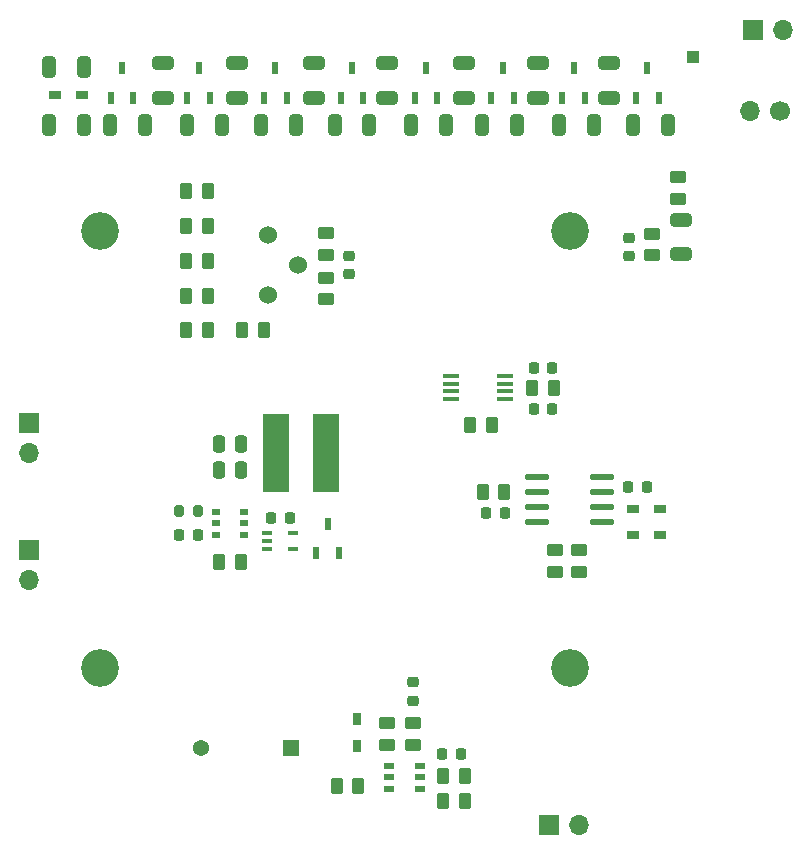
<source format=gbr>
%TF.GenerationSoftware,KiCad,Pcbnew,8.0.0*%
%TF.CreationDate,2024-06-21T16:47:30+05:30*%
%TF.ProjectId,HV_POWER_SUPPLY,48565f50-4f57-4455-925f-535550504c59,rev?*%
%TF.SameCoordinates,Original*%
%TF.FileFunction,Soldermask,Top*%
%TF.FilePolarity,Negative*%
%FSLAX46Y46*%
G04 Gerber Fmt 4.6, Leading zero omitted, Abs format (unit mm)*
G04 Created by KiCad (PCBNEW 8.0.0) date 2024-06-21 16:47:30*
%MOMM*%
%LPD*%
G01*
G04 APERTURE LIST*
G04 Aperture macros list*
%AMRoundRect*
0 Rectangle with rounded corners*
0 $1 Rounding radius*
0 $2 $3 $4 $5 $6 $7 $8 $9 X,Y pos of 4 corners*
0 Add a 4 corners polygon primitive as box body*
4,1,4,$2,$3,$4,$5,$6,$7,$8,$9,$2,$3,0*
0 Add four circle primitives for the rounded corners*
1,1,$1+$1,$2,$3*
1,1,$1+$1,$4,$5*
1,1,$1+$1,$6,$7*
1,1,$1+$1,$8,$9*
0 Add four rect primitives between the rounded corners*
20,1,$1+$1,$2,$3,$4,$5,0*
20,1,$1+$1,$4,$5,$6,$7,0*
20,1,$1+$1,$6,$7,$8,$9,0*
20,1,$1+$1,$8,$9,$2,$3,0*%
G04 Aperture macros list end*
%ADD10RoundRect,0.218750X-0.256250X0.218750X-0.256250X-0.218750X0.256250X-0.218750X0.256250X0.218750X0*%
%ADD11R,1.000000X0.750013*%
%ADD12O,1.700000X1.700000*%
%ADD13C,1.700000*%
%ADD14RoundRect,0.225000X0.225000X0.250000X-0.225000X0.250000X-0.225000X-0.250000X0.225000X-0.250000X0*%
%ADD15R,1.700000X1.700000*%
%ADD16R,0.600000X1.070003*%
%ADD17RoundRect,0.250000X-0.262500X-0.450000X0.262500X-0.450000X0.262500X0.450000X-0.262500X0.450000X0*%
%ADD18RoundRect,0.250000X-0.325000X-0.650000X0.325000X-0.650000X0.325000X0.650000X-0.325000X0.650000X0*%
%ADD19R,0.876300X0.508000*%
%ADD20RoundRect,0.250000X0.650000X-0.325000X0.650000X0.325000X-0.650000X0.325000X-0.650000X-0.325000X0*%
%ADD21RoundRect,0.250000X-0.650000X0.325000X-0.650000X-0.325000X0.650000X-0.325000X0.650000X0.325000X0*%
%ADD22R,1.397003X0.405994*%
%ADD23RoundRect,0.225000X-0.250000X0.225000X-0.250000X-0.225000X0.250000X-0.225000X0.250000X0.225000X0*%
%ADD24R,2.300000X6.600000*%
%ADD25C,1.371600*%
%ADD26R,1.371600X1.371600*%
%ADD27RoundRect,0.250000X0.325000X0.650000X-0.325000X0.650000X-0.325000X-0.650000X0.325000X-0.650000X0*%
%ADD28RoundRect,0.200000X0.200000X0.275000X-0.200000X0.275000X-0.200000X-0.275000X0.200000X-0.275000X0*%
%ADD29C,1.524003*%
%ADD30RoundRect,0.250000X-0.450000X0.262500X-0.450000X-0.262500X0.450000X-0.262500X0.450000X0.262500X0*%
%ADD31C,3.200000*%
%ADD32RoundRect,0.225000X0.250000X-0.225000X0.250000X0.225000X-0.250000X0.225000X-0.250000X-0.225000X0*%
%ADD33R,0.750013X1.000000*%
%ADD34RoundRect,0.250000X0.450000X-0.262500X0.450000X0.262500X-0.450000X0.262500X-0.450000X-0.262500X0*%
%ADD35O,2.045009X0.588011*%
%ADD36R,0.800000X0.532004*%
%ADD37RoundRect,0.250000X-0.250000X-0.475000X0.250000X-0.475000X0.250000X0.475000X-0.250000X0.475000X0*%
%ADD38RoundRect,0.250000X0.262500X0.450000X-0.262500X0.450000X-0.262500X-0.450000X0.262500X-0.450000X0*%
%ADD39RoundRect,0.225000X-0.225000X-0.250000X0.225000X-0.250000X0.225000X0.250000X-0.225000X0.250000X0*%
%ADD40R,0.850013X0.350013*%
%ADD41R,1.000000X1.000000*%
G04 APERTURE END LIST*
D10*
%TO.C,LED1*%
X90000000Y-95462500D03*
X90000000Y-97037500D03*
%TD*%
D11*
%TO.C,D3*%
X108577407Y-83000000D03*
X110922593Y-83000000D03*
%TD*%
%TO.C,D2*%
X110922593Y-80750000D03*
X108577407Y-80750000D03*
%TD*%
%TO.C,D1*%
X61992595Y-45750000D03*
X59647409Y-45750000D03*
%TD*%
D12*
%TO.C,U14*%
X118530002Y-47117497D03*
D13*
X121070002Y-47117497D03*
%TD*%
D14*
%TO.C,C1*%
X70185050Y-82970000D03*
X71735050Y-82970000D03*
%TD*%
D12*
%TO.C,J1*%
X104015000Y-107500000D03*
D15*
X101475000Y-107500000D03*
%TD*%
D16*
%TO.C,U10*%
X103570002Y-43479846D03*
X104519964Y-45950000D03*
X102620040Y-45950000D03*
%TD*%
D17*
%TO.C,R22*%
X85362500Y-104200000D03*
X83537500Y-104200000D03*
%TD*%
%TO.C,R2*%
X75412500Y-85250000D03*
X73587500Y-85250000D03*
%TD*%
D18*
%TO.C,C8*%
X73795002Y-48250000D03*
X70845002Y-48250000D03*
%TD*%
%TO.C,C18*%
X105295002Y-48250000D03*
X102345002Y-48250000D03*
%TD*%
D16*
%TO.C,U7*%
X84820002Y-43479846D03*
X85769964Y-45950000D03*
X83870040Y-45950000D03*
%TD*%
%TO.C,U9*%
X97570002Y-43479846D03*
X98519964Y-45950000D03*
X96620040Y-45950000D03*
%TD*%
D14*
%TO.C,C2*%
X77975000Y-81500000D03*
X79525000Y-81500000D03*
%TD*%
D19*
%TO.C,U15*%
X90564450Y-102549999D03*
X90564450Y-103500000D03*
X90564450Y-104450001D03*
X87935550Y-104450001D03*
X87935550Y-103500000D03*
X87935550Y-102549999D03*
%TD*%
D20*
%TO.C,C19*%
X106570002Y-42989923D03*
X106570002Y-45939923D03*
%TD*%
D17*
%TO.C,R16*%
X96647391Y-73630112D03*
X94822391Y-73630112D03*
%TD*%
D21*
%TO.C,C9*%
X75070002Y-45939923D03*
X75070002Y-42989923D03*
%TD*%
D22*
%TO.C,U13*%
X97799975Y-69524892D03*
X97799975Y-70174879D03*
X97799975Y-70825121D03*
X97799975Y-71475108D03*
X93200025Y-71475108D03*
X93200025Y-70825121D03*
X93200025Y-70174879D03*
X93200025Y-69524892D03*
%TD*%
D21*
%TO.C,C23*%
X112642150Y-59228701D03*
X112642150Y-56278701D03*
%TD*%
D12*
%TO.C,J3*%
X121265000Y-40250000D03*
D15*
X118725000Y-40250000D03*
%TD*%
D23*
%TO.C,C21*%
X84600000Y-60925000D03*
X84600000Y-59375000D03*
%TD*%
D14*
%TO.C,C25*%
X96200000Y-81135001D03*
X97750000Y-81135001D03*
%TD*%
D24*
%TO.C,L1*%
X78350000Y-76000000D03*
X82650000Y-76000000D03*
%TD*%
D18*
%TO.C,C10*%
X80045002Y-48250000D03*
X77095002Y-48250000D03*
%TD*%
D25*
%TO.C,U16*%
X72033250Y-101000000D03*
D26*
X79633250Y-101000000D03*
%TD*%
D27*
%TO.C,C22*%
X59187413Y-48250000D03*
X62137413Y-48250000D03*
%TD*%
D17*
%TO.C,R3*%
X72612501Y-53857503D03*
X70787501Y-53857503D03*
%TD*%
D28*
%TO.C,R1*%
X70135050Y-80970000D03*
X71785050Y-80970000D03*
%TD*%
D29*
%TO.C,R8*%
X77679997Y-62670002D03*
X80220003Y-60129997D03*
X77679997Y-57589992D03*
%TD*%
D30*
%TO.C,R14*%
X104000000Y-86075000D03*
X104000000Y-84250000D03*
%TD*%
D18*
%TO.C,C14*%
X92795002Y-48250000D03*
X89845002Y-48250000D03*
%TD*%
D30*
%TO.C,R12*%
X112442150Y-54536201D03*
X112442150Y-52711201D03*
%TD*%
D21*
%TO.C,C7*%
X68820002Y-45939923D03*
X68820002Y-42989923D03*
%TD*%
D31*
%TO.C,H3*%
X103250000Y-57250000D03*
%TD*%
D32*
%TO.C,C24*%
X108250000Y-57798701D03*
X108250000Y-59348701D03*
%TD*%
D21*
%TO.C,C17*%
X100570002Y-45939923D03*
X100570002Y-42989923D03*
%TD*%
D18*
%TO.C,C20*%
X111545002Y-48250000D03*
X108595002Y-48250000D03*
%TD*%
D17*
%TO.C,R17*%
X97712500Y-79350000D03*
X95887500Y-79350000D03*
%TD*%
%TO.C,R4*%
X72612501Y-56807503D03*
X70787501Y-56807503D03*
%TD*%
D12*
%TO.C,J4*%
X57500000Y-76000000D03*
D15*
X57500000Y-73460000D03*
%TD*%
D17*
%TO.C,R5*%
X72612501Y-59757503D03*
X70787501Y-59757503D03*
%TD*%
D33*
%TO.C,D4*%
X85250000Y-100872593D03*
X85250000Y-98527407D03*
%TD*%
D18*
%TO.C,C16*%
X98795002Y-48250000D03*
X95845002Y-48250000D03*
%TD*%
D16*
%TO.C,U11*%
X109820002Y-43479846D03*
X110769964Y-45950000D03*
X108870040Y-45950000D03*
%TD*%
%TO.C,U4*%
X65320002Y-43479846D03*
X66269964Y-45950000D03*
X64370040Y-45950000D03*
%TD*%
D34*
%TO.C,R21*%
X90000000Y-98895755D03*
X90000000Y-100720755D03*
%TD*%
D21*
%TO.C,C15*%
X94320002Y-45939923D03*
X94320002Y-42989923D03*
%TD*%
D31*
%TO.C,H1*%
X63500000Y-57250000D03*
%TD*%
D35*
%TO.C,U12*%
X106022416Y-78094996D03*
X106022416Y-79364999D03*
X106022416Y-80635001D03*
X106022416Y-81905004D03*
X100477584Y-81905004D03*
X100477584Y-80635001D03*
X100477584Y-79364999D03*
X100477584Y-78094996D03*
%TD*%
D31*
%TO.C,H4*%
X103250000Y-94250000D03*
%TD*%
D21*
%TO.C,C11*%
X81570002Y-45939923D03*
X81570002Y-42989923D03*
%TD*%
D36*
%TO.C,U1*%
X73299975Y-82949962D03*
X73299975Y-82000000D03*
X73299975Y-81050038D03*
X75700025Y-81050038D03*
X75700025Y-82000000D03*
X75700025Y-82949962D03*
%TD*%
D37*
%TO.C,C4*%
X75450000Y-77500000D03*
X73550000Y-77500000D03*
%TD*%
D38*
%TO.C,R11*%
X75537501Y-65657503D03*
X77362501Y-65657503D03*
%TD*%
D37*
%TO.C,C3*%
X75450000Y-75250000D03*
X73550000Y-75250000D03*
%TD*%
D17*
%TO.C,R18*%
X101912500Y-70575121D03*
X100087500Y-70575121D03*
%TD*%
D39*
%TO.C,C28*%
X109752584Y-78885001D03*
X108202584Y-78885001D03*
%TD*%
D34*
%TO.C,R13*%
X110192150Y-57461201D03*
X110192150Y-59286201D03*
%TD*%
D17*
%TO.C,R20*%
X94362500Y-105500000D03*
X92537500Y-105500000D03*
%TD*%
%TO.C,R6*%
X72612501Y-62707503D03*
X70787501Y-62707503D03*
%TD*%
D30*
%TO.C,R9*%
X82650001Y-59262500D03*
X82650001Y-57437500D03*
%TD*%
D17*
%TO.C,R7*%
X72612501Y-65657503D03*
X70787501Y-65657503D03*
%TD*%
D16*
%TO.C,U6*%
X78320002Y-43479846D03*
X79269964Y-45950000D03*
X77370040Y-45950000D03*
%TD*%
D34*
%TO.C,R15*%
X102000000Y-84250000D03*
X102000000Y-86075000D03*
%TD*%
D39*
%TO.C,C27*%
X101775000Y-68825121D03*
X100225000Y-68825121D03*
%TD*%
%TO.C,C29*%
X94025000Y-101500000D03*
X92475000Y-101500000D03*
%TD*%
D14*
%TO.C,C26*%
X100200000Y-72325121D03*
X101750000Y-72325121D03*
%TD*%
D40*
%TO.C,U2*%
X79850076Y-82850013D03*
X79850076Y-84149987D03*
X77649924Y-84149987D03*
X77649924Y-83500000D03*
X77649924Y-82850013D03*
%TD*%
D41*
%TO.C,TP1*%
X113650000Y-42550000D03*
%TD*%
D18*
%TO.C,C6*%
X67295002Y-48250000D03*
X64345002Y-48250000D03*
%TD*%
D16*
%TO.C,U3*%
X82750000Y-82014923D03*
X83699962Y-84485077D03*
X81800038Y-84485077D03*
%TD*%
D12*
%TO.C,J2*%
X57500000Y-86750000D03*
D15*
X57500000Y-84210000D03*
%TD*%
D30*
%TO.C,R10*%
X82650001Y-63012500D03*
X82650001Y-61187500D03*
%TD*%
D31*
%TO.C,H2*%
X63500000Y-94250000D03*
%TD*%
D21*
%TO.C,C13*%
X87820002Y-45939923D03*
X87820002Y-42989923D03*
%TD*%
D16*
%TO.C,U5*%
X71820002Y-43479846D03*
X72769964Y-45950000D03*
X70870040Y-45950000D03*
%TD*%
D34*
%TO.C,R23*%
X87750000Y-98895755D03*
X87750000Y-100720755D03*
%TD*%
D18*
%TO.C,C5*%
X62137413Y-43314923D03*
X59187413Y-43314923D03*
%TD*%
D17*
%TO.C,R19*%
X94362500Y-103390000D03*
X92537500Y-103390000D03*
%TD*%
D18*
%TO.C,C12*%
X86295002Y-48250000D03*
X83345002Y-48250000D03*
%TD*%
D16*
%TO.C,U8*%
X91070002Y-43479846D03*
X92019964Y-45950000D03*
X90120040Y-45950000D03*
%TD*%
M02*

</source>
